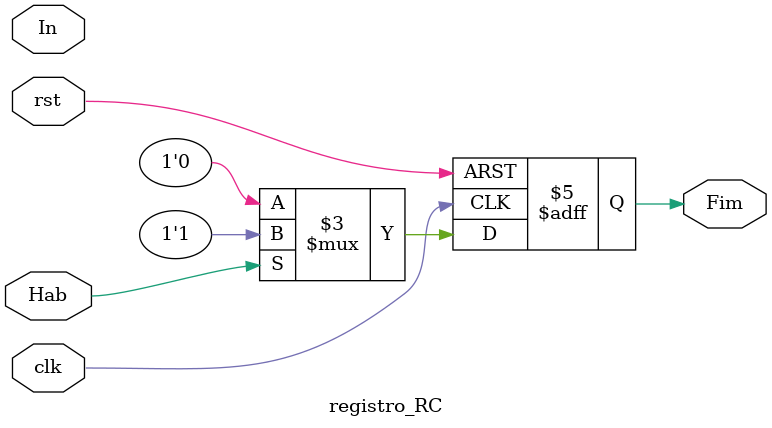
<source format=v>
module registro_RC (In, clk, rst, Hab, Fim);
// I/O list
input wire [3:0] In;
input wire clk;
input wire rst;
input wire Hab;

output reg Fim;

always @ ( posedge clk or posedge rst )
begin
	if (rst)
		 begin
		
			Fim <= 0;
		  end
	else
		if (Hab)
			Fim <=1;
			
		else
			Fim <=0;
			
end
endmodule

</source>
